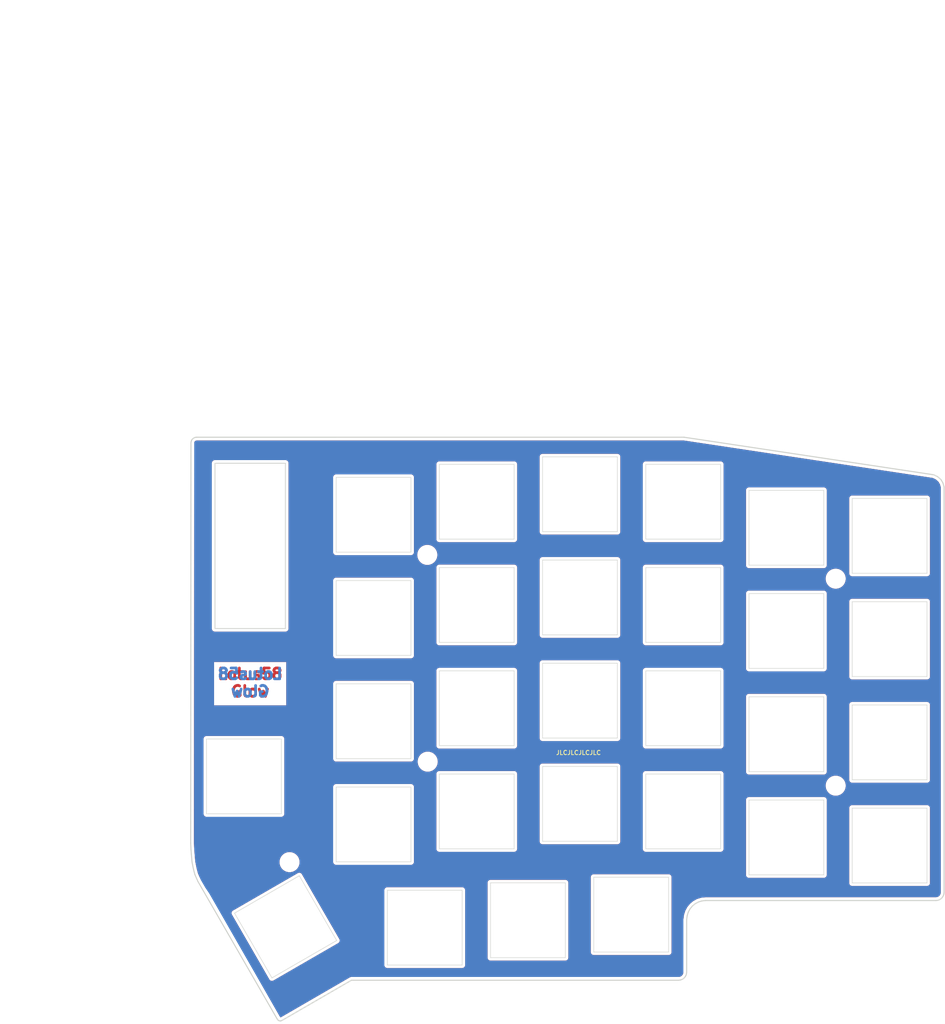
<source format=kicad_pcb>
(kicad_pcb (version 20240108) (generator "pcbnew") (generator_version "8.0")
  (title_block (title "Lotus 58 Glow MX") (date "2020-12-12") (rev "0.95") (company "Markus Knutsson <markus.knutsson@tweety.se>") (comment 1 "https://github.com/TweetyDaBird") (comment 2 "Licensed under CERN-OHL-S v2 or any superseding version"))
  (layers (0 "F.Cu" signal) (31 "B.Cu" signal) (34 "B.Paste" user) (35 "F.Paste" user) (36 "B.SilkS" user "B.Silkscreen") (37 "F.SilkS" user "F.Silkscreen") (38 "B.Mask" user) (39 "F.Mask" user) (44 "Edge.Cuts" user))
  (net 0 "")
  (footprint "Keyboard Library:Cherry_MX_Plate_Hole_Placeholder" (layer "F.Cu") (at 133.45 47.6)
    (property "Reference" "SW2" (hide yes))
    (property "Value" "SW_PUSH" (hide yes))
    (fp_line (start -6.9 6.9) (end -6.9 -6.9) (stroke (width 0.1)) (layer "Edge.Cuts"))
    (fp_line (start 6.9 -6.9) (end -6.9 -6.9) (stroke (width 0.1)) (layer "Edge.Cuts"))
    (fp_line (start 6.9 6.9) (end -6.9 6.9) (stroke (width 0.1)) (layer "Edge.Cuts"))
    (fp_line (start 6.9 6.9) (end 6.9 -6.9) (stroke (width 0.1)) (layer "Edge.Cuts"))
  )
  (footprint "Keyboard Library:Cherry_MX_Plate_Hole_Placeholder" (layer "F.Cu") (at 152.5 46.21)
    (property "Reference" "SW3" (hide yes))
    (property "Value" "SW_PUSH" (hide yes))
    (fp_line (start -6.9 6.9) (end -6.9 -6.9) (stroke (width 0.1)) (layer "Edge.Cuts"))
    (fp_line (start 6.9 -6.9) (end -6.9 -6.9) (stroke (width 0.1)) (layer "Edge.Cuts"))
    (fp_line (start 6.9 6.9) (end -6.9 6.9) (stroke (width 0.1)) (layer "Edge.Cuts"))
    (fp_line (start 6.9 6.9) (end 6.9 -6.9) (stroke (width 0.1)) (layer "Edge.Cuts"))
  )
  (footprint "Keyboard Library:Cherry_MX_Plate_Hole_Placeholder" (layer "F.Cu") (at 171.55 47.6)
    (property "Reference" "SW4" (hide yes))
    (property "Value" "SW_PUSH" (hide yes))
    (fp_line (start -6.9 6.9) (end -6.9 -6.9) (stroke (width 0.1)) (layer "Edge.Cuts"))
    (fp_line (start 6.9 -6.9) (end -6.9 -6.9) (stroke (width 0.1)) (layer "Edge.Cuts"))
    (fp_line (start 6.9 6.9) (end -6.9 6.9) (stroke (width 0.1)) (layer "Edge.Cuts"))
    (fp_line (start 6.9 6.9) (end 6.9 -6.9) (stroke (width 0.1)) (layer "Edge.Cuts"))
  )
  (footprint "Keyboard Library:Cherry_MX_Plate_Hole_Placeholder" (layer "F.Cu") (at 209.65 53.9)
    (property "Reference" "SW6" (hide yes))
    (property "Value" "SW_PUSH" (hide yes))
    (fp_line (start -6.9 6.9) (end -6.9 -6.9) (stroke (width 0.1)) (layer "Edge.Cuts"))
    (fp_line (start 6.9 -6.9) (end -6.9 -6.9) (stroke (width 0.1)) (layer "Edge.Cuts"))
    (fp_line (start 6.9 6.9) (end -6.9 6.9) (stroke (width 0.1)) (layer "Edge.Cuts"))
    (fp_line (start 6.9 6.9) (end 6.9 -6.9) (stroke (width 0.1)) (layer "Edge.Cuts"))
  )
  (footprint "Keyboard Library:Cherry_MX_Plate_Hole_Placeholder" (layer "F.Cu") (at 114.4 69.05)
    (property "Reference" "SW7" (hide yes))
    (property "Value" "SW_PUSH" (hide yes))
    (fp_line (start -6.9 6.9) (end -6.9 -6.9) (stroke (width 0.1)) (layer "Edge.Cuts"))
    (fp_line (start 6.9 -6.9) (end -6.9 -6.9) (stroke (width 0.1)) (layer "Edge.Cuts"))
    (fp_line (start 6.9 6.9) (end -6.9 6.9) (stroke (width 0.1)) (layer "Edge.Cuts"))
    (fp_line (start 6.9 6.9) (end 6.9 -6.9) (stroke (width 0.1)) (layer "Edge.Cuts"))
  )
  (footprint "Keyboard Library:Cherry_MX_Plate_Hole_Placeholder" (layer "F.Cu") (at 152.5 65.26)
    (property "Reference" "SW9" (hide yes))
    (property "Value" "SW_PUSH" (hide yes))
    (fp_line (start -6.9 6.9) (end -6.9 -6.9) (stroke (width 0.1)) (layer "Edge.Cuts"))
    (fp_line (start 6.9 -6.9) (end -6.9 -6.9) (stroke (width 0.1)) (layer "Edge.Cuts"))
    (fp_line (start 6.9 6.9) (end -6.9 6.9) (stroke (width 0.1)) (layer "Edge.Cuts"))
    (fp_line (start 6.9 6.9) (end 6.9 -6.9) (stroke (width 0.1)) (layer "Edge.Cuts"))
  )
  (footprint "Keyboard Library:Cherry_MX_Plate_Hole_Placeholder" (layer "F.Cu") (at 171.55 66.65)
    (property "Reference" "SW10" (hide yes))
    (property "Value" "SW_PUSH" (hide yes))
    (fp_line (start -6.9 6.9) (end -6.9 -6.9) (stroke (width 0.1)) (layer "Edge.Cuts"))
    (fp_line (start 6.9 -6.9) (end -6.9 -6.9) (stroke (width 0.1)) (layer "Edge.Cuts"))
    (fp_line (start 6.9 6.9) (end -6.9 6.9) (stroke (width 0.1)) (layer "Edge.Cuts"))
    (fp_line (start 6.9 6.9) (end 6.9 -6.9) (stroke (width 0.1)) (layer "Edge.Cuts"))
  )
  (footprint "Keyboard Library:Cherry_MX_Plate_Hole_Placeholder" (layer "F.Cu") (at 190.6 71.45)
    (property "Reference" "SW11" (hide yes))
    (property "Value" "SW_PUSH" (hide yes))
    (fp_line (start -6.9 6.9) (end -6.9 -6.9) (stroke (width 0.1)) (layer "Edge.Cuts"))
    (fp_line (start 6.9 -6.9) (end -6.9 -6.9) (stroke (width 0.1)) (layer "Edge.Cuts"))
    (fp_line (start 6.9 6.9) (end -6.9 6.9) (stroke (width 0.1)) (layer "Edge.Cuts"))
    (fp_line (start 6.9 6.9) (end 6.9 -6.9) (stroke (width 0.1)) (layer "Edge.Cuts"))
  )
  (footprint "Keyboard Library:Cherry_MX_Plate_Hole_Placeholder" (layer "F.Cu") (at 209.65 72.95)
    (property "Reference" "SW12" (hide yes))
    (property "Value" "SW_PUSH" (hide yes))
    (fp_line (start -6.9 6.9) (end -6.9 -6.9) (stroke (width 0.1)) (layer "Edge.Cuts"))
    (fp_line (start 6.9 -6.9) (end -6.9 -6.9) (stroke (width 0.1)) (layer "Edge.Cuts"))
    (fp_line (start 6.9 6.9) (end -6.9 6.9) (stroke (width 0.1)) (layer "Edge.Cuts"))
    (fp_line (start 6.9 6.9) (end 6.9 -6.9) (stroke (width 0.1)) (layer "Edge.Cuts"))
  )
  (footprint "Keyboard Library:Cherry_MX_Plate_Hole_Placeholder" (layer "F.Cu") (at 114.4 88.1)
    (property "Reference" "SW13" (hide yes))
    (property "Value" "SW_PUSH" (hide yes))
    (fp_line (start -6.9 6.9) (end -6.9 -6.9) (stroke (width 0.1)) (layer "Edge.Cuts"))
    (fp_line (start 6.9 -6.9) (end -6.9 -6.9) (stroke (width 0.1)) (layer "Edge.Cuts"))
    (fp_line (start 6.9 6.9) (end -6.9 6.9) (stroke (width 0.1)) (layer "Edge.Cuts"))
    (fp_line (start 6.9 6.9) (end 6.9 -6.9) (stroke (width 0.1)) (layer "Edge.Cuts"))
  )
  (footprint "Keyboard Library:Cherry_MX_Plate_Hole_Placeholder" (layer "F.Cu") (at 133.45 85.7)
    (property "Reference" "SW14" (hide yes))
    (property "Value" "SW_PUSH" (hide yes))
    (fp_line (start -6.9 6.9) (end -6.9 -6.9) (stroke (width 0.1)) (layer "Edge.Cuts"))
    (fp_line (start 6.9 -6.9) (end -6.9 -6.9) (stroke (width 0.1)) (layer "Edge.Cuts"))
    (fp_line (start 6.9 6.9) (end -6.9 6.9) (stroke (width 0.1)) (layer "Edge.Cuts"))
    (fp_line (start 6.9 6.9) (end 6.9 -6.9) (stroke (width 0.1)) (layer "Edge.Cuts"))
  )
  (footprint "Keyboard Library:Cherry_MX_Plate_Hole_Placeholder" (layer "F.Cu") (at 152.5 84.31)
    (property "Reference" "SW15" (hide yes))
    (property "Value" "SW_PUSH" (hide yes))
    (fp_line (start -6.9 6.9) (end -6.9 -6.9) (stroke (width 0.1)) (layer "Edge.Cuts"))
    (fp_line (start 6.9 -6.9) (end -6.9 -6.9) (stroke (width 0.1)) (layer "Edge.Cuts"))
    (fp_line (start 6.9 6.9) (end -6.9 6.9) (stroke (width 0.1)) (layer "Edge.Cuts"))
    (fp_line (start 6.9 6.9) (end 6.9 -6.9) (stroke (width 0.1)) (layer "Edge.Cuts"))
  )
  (footprint "Keyboard Library:Cherry_MX_Plate_Hole_Placeholder" (layer "F.Cu") (at 190.6 90.5)
    (property "Reference" "SW17" (hide yes))
    (property "Value" "SW_PUSH" (hide yes))
    (fp_line (start -6.9 6.9) (end -6.9 -6.9) (stroke (width 0.1)) (layer "Edge.Cuts"))
    (fp_line (start 6.9 -6.9) (end -6.9 -6.9) (stroke (width 0.1)) (layer "Edge.Cuts"))
    (fp_line (start 6.9 6.9) (end -6.9 6.9) (stroke (width 0.1)) (layer "Edge.Cuts"))
    (fp_line (start 6.9 6.9) (end 6.9 -6.9) (stroke (width 0.1)) (layer "Edge.Cuts"))
  )
  (footprint "Keyboard Library:Cherry_MX_Plate_Hole_Placeholder" (layer "F.Cu") (at 209.65 92)
    (property "Reference" "SW18" (hide yes))
    (property "Value" "SW_PUSH" (hide yes))
    (fp_line (start -6.9 6.9) (end -6.9 -6.9) (stroke (width 0.1)) (layer "Edge.Cuts"))
    (fp_line (start 6.9 -6.9) (end -6.9 -6.9) (stroke (width 0.1)) (layer "Edge.Cuts"))
    (fp_line (start 6.9 6.9) (end -6.9 6.9) (stroke (width 0.1)) (layer "Edge.Cuts"))
    (fp_line (start 6.9 6.9) (end 6.9 -6.9) (stroke (width 0.1)) (layer "Edge.Cuts"))
  )
  (footprint "Keyboard Library:Cherry_MX_Plate_Hole_Placeholder" (layer "F.Cu") (at 114.4 107.15)
    (property "Reference" "SW19" (hide yes))
    (property "Value" "SW_PUSH" (hide yes))
    (fp_line (start -6.9 6.9) (end -6.9 -6.9) (stroke (width 0.1)) (layer "Edge.Cuts"))
    (fp_line (start 6.9 -6.9) (end -6.9 -6.9) (stroke (width 0.1)) (layer "Edge.Cuts"))
    (fp_line (start 6.9 6.9) (end -6.9 6.9) (stroke (width 0.1)) (layer "Edge.Cuts"))
    (fp_line (start 6.9 6.9) (end 6.9 -6.9) (stroke (width 0.1)) (layer "Edge.Cuts"))
  )
  (footprint "Keyboard Library:Cherry_MX_Plate_Hole_Placeholder" (layer "F.Cu") (at 133.45 104.75)
    (property "Reference" "SW20" (hide yes))
    (property "Value" "SW_PUSH" (hide yes))
    (fp_line (start -6.9 6.9) (end -6.9 -6.9) (stroke (width 0.1)) (layer "Edge.Cuts"))
    (fp_line (start 6.9 -6.9) (end -6.9 -6.9) (stroke (width 0.1)) (layer "Edge.Cuts"))
    (fp_line (start 6.9 6.9) (end -6.9 6.9) (stroke (width 0.1)) (layer "Edge.Cuts"))
    (fp_line (start 6.9 6.9) (end 6.9 -6.9) (stroke (width 0.1)) (layer "Edge.Cuts"))
  )
  (footprint "Keyboard Library:Cherry_MX_Plate_Hole_Placeholder" (layer "F.Cu") (at 152.5 103.36)
    (property "Reference" "SW21" (hide yes))
    (property "Value" "SW_PUSH" (hide yes))
    (fp_line (start -6.9 6.9) (end -6.9 -6.9) (stroke (width 0.1)) (layer "Edge.Cuts"))
    (fp_line (start 6.9 -6.9) (end -6.9 -6.9) (stroke (width 0.1)) (layer "Edge.Cuts"))
    (fp_line (start 6.9 6.9) (end -6.9 6.9) (stroke (width 0.1)) (layer "Edge.Cuts"))
    (fp_line (start 6.9 6.9) (end 6.9 -6.9) (stroke (width 0.1)) (layer "Edge.Cuts"))
  )
  (footprint "Keyboard Library:Cherry_MX_Plate_Hole_Placeholder" (layer "F.Cu") (at 171.55 104.75)
    (property "Reference" "SW22" (hide yes))
    (property "Value" "SW_PUSH" (hide yes))
    (fp_line (start -6.9 6.9) (end -6.9 -6.9) (stroke (width 0.1)) (layer "Edge.Cuts"))
    (fp_line (start 6.9 -6.9) (end -6.9 -6.9) (stroke (width 0.1)) (layer "Edge.Cuts"))
    (fp_line (start 6.9 6.9) (end -6.9 6.9) (stroke (width 0.1)) (layer "Edge.Cuts"))
    (fp_line (start 6.9 6.9) (end 6.9 -6.9) (stroke (width 0.1)) (layer "Edge.Cuts"))
  )
  (footprint "Keyboard Library:Cherry_MX_Plate_Hole_Placeholder" (layer "F.Cu") (at 190.6 109.55)
    (property "Reference" "SW23" (hide yes))
    (property "Value" "SW_PUSH" (hide yes))
    (fp_line (start -6.9 6.9) (end -6.9 -6.9) (stroke (width 0.1)) (layer "Edge.Cuts"))
    (fp_line (start 6.9 -6.9) (end -6.9 -6.9) (stroke (width 0.1)) (layer "Edge.Cuts"))
    (fp_line (start 6.9 6.9) (end -6.9 6.9) (stroke (width 0.1)) (layer "Edge.Cuts"))
    (fp_line (start 6.9 6.9) (end 6.9 -6.9) (stroke (width 0.1)) (layer "Edge.Cuts"))
  )
  (footprint "Keyboard Library:Cherry_MX_Plate_Hole_Placeholder" (layer "F.Cu") (at 123.85 126.2)
    (property "Reference" "SW27" (hide yes))
    (property "Value" "SW_PUSH" (hide yes))
    (fp_line (start -6.9 6.9) (end -6.9 -6.9) (stroke (width 0.1)) (layer "Edge.Cuts"))
    (fp_line (start 6.9 -6.9) (end -6.9 -6.9) (stroke (width 0.1)) (layer "Edge.Cuts"))
    (fp_line (start 6.9 6.9) (end -6.9 6.9) (stroke (width 0.1)) (layer "Edge.Cuts"))
    (fp_line (start 6.9 6.9) (end 6.9 -6.9) (stroke (width 0.1)) (layer "Edge.Cuts"))
  )
  (footprint "Keyboard Library:Cherry_MX_Plate_Hole_Placeholder" (layer "F.Cu") (at 142.8977 124.8283)
    (property "Reference" "SW28" (hide yes))
    (property "Value" "SW_PUSH" (hide yes))
    (fp_line (start -6.9 6.9) (end -6.9 -6.9) (stroke (width 0.1)) (layer "Edge.Cuts"))
    (fp_line (start 6.9 -6.9) (end -6.9 -6.9) (stroke (width 0.1)) (layer "Edge.Cuts"))
    (fp_line (start 6.9 6.9) (end -6.9 6.9) (stroke (width 0.1)) (layer "Edge.Cuts"))
    (fp_line (start 6.9 6.9) (end 6.9 -6.9) (stroke (width 0.1)) (layer "Edge.Cuts"))
  )
  (footprint "Keyboard Library:Cherry_MX_Plate_Hole_Placeholder" (layer "F.Cu") (at 161.95 123.8)
    (property "Reference" "SW29" (hide yes))
    (property "Value" "SW_PUSH" (hide yes))
    (fp_line (start -6.9 6.9) (end -6.9 -6.9) (stroke (width 0.1)) (layer "Edge.Cuts"))
    (fp_line (start 6.9 -6.9) (end -6.9 -6.9) (stroke (width 0.1)) (layer "Edge.Cuts"))
    (fp_line (start 6.9 6.9) (end -6.9 6.9) (stroke (width 0.1)) (layer "Edge.Cuts"))
    (fp_line (start 6.9 6.9) (end 6.9 -6.9) (stroke (width 0.1)) (layer "Edge.Cuts"))
  )
  (footprint "Keyboard Library:Cherry_MX_Plate_Hole_Placeholder" (layer "F.Cu") (at 114.4 50)
    (property "Reference" "SW1" (hide yes))
    (property "Value" "SW_PUSH" (hide yes))
    (fp_line (start -6.9 6.9) (end -6.9 -6.9) (stroke (width 0.1)) (layer "Edge.Cuts"))
    (fp_line (start 6.9 -6.9) (end -6.9 -6.9) (stroke (width 0.1)) (layer "Edge.Cuts"))
    (fp_line (start 6.9 6.9) (end -6.9 6.9) (stroke (width 0.1)) (layer "Edge.Cuts"))
    (fp_line (start 6.9 6.9) (end 6.9 -6.9) (stroke (width 0.1)) (layer "Edge.Cuts"))
  )
  (footprint "Keyboard Library:Cherry_MX_Plate_Hole_Placeholder" (layer "F.Cu") (at 90.4748 98.2853)
    (property "Reference" "SW25" (hide yes))
    (property "Value" "SW_PUSH" (hide yes))
    (fp_line (start -6.9 6.9) (end -6.9 -6.9) (stroke (width 0.1)) (layer "Edge.Cuts"))
    (fp_line (start 6.9 -6.9) (end -6.9 -6.9) (stroke (width 0.1)) (layer "Edge.Cuts"))
    (fp_line (start 6.9 6.9) (end -6.9 6.9) (stroke (width 0.1)) (layer "Edge.Cuts"))
    (fp_line (start 6.9 6.9) (end 6.9 -6.9) (stroke (width 0.1)) (layer "Edge.Cuts"))
  )
  (footprint "Keyboard Library:Cherry_MX_Plate_Hole_Placeholder" (layer "F.Cu") (at 209.65 111.05)
    (property "Reference" "SW24" (hide yes))
    (property "Value" "SW_PUSH" (hide yes))
    (fp_line (start -6.9 6.9) (end -6.9 -6.9) (stroke (width 0.1)) (layer "Edge.Cuts"))
    (fp_line (start 6.9 -6.9) (end -6.9 -6.9) (stroke (width 0.1)) (layer "Edge.Cuts"))
    (fp_line (start 6.9 6.9) (end -6.9 6.9) (stroke (width 0.1)) (layer "Edge.Cuts"))
    (fp_line (start 6.9 6.9) (end 6.9 -6.9) (stroke (width 0.1)) (layer "Edge.Cuts"))
  )
  (footprint "Keyboard Library:Cherry_MX_Plate_Hole_Placeholder" (layer "F.Cu") (at 98.171 126.0475 -60)
    (property "Reference" "SW26" (hide yes))
    (property "Value" "SW_PUSH" (hide yes))
    (fp_line (start -6.9 6.9) (end -6.9 -6.9) (stroke (width 0.1)) (layer "Edge.Cuts"))
    (fp_line (start 6.9 6.9) (end -6.9 6.9) (stroke (width 0.1)) (layer "Edge.Cuts"))
    (fp_line (start 6.9 6.9) (end 6.9 -6.9) (stroke (width 0.1)) (layer "Edge.Cuts"))
    (fp_line (start 6.9 -6.9) (end -6.9 -6.9) (stroke (width 0.1)) (layer "Edge.Cuts"))
  )
  (footprint "Keyboard Library:Cherry_MX_Plate_Hole_Placeholder" (layer "F.Cu") (at 171.55 85.7)
    (property "Reference" "SW16" (hide yes))
    (property "Value" "SW_PUSH" (hide yes))
    (fp_line (start -6.9 6.9) (end -6.9 -6.9) (stroke (width 0.1)) (layer "Edge.Cuts"))
    (fp_line (start 6.9 -6.9) (end -6.9 -6.9) (stroke (width 0.1)) (layer "Edge.Cuts"))
    (fp_line (start 6.9 6.9) (end -6.9 6.9) (stroke (width 0.1)) (layer "Edge.Cuts"))
    (fp_line (start 6.9 6.9) (end 6.9 -6.9) (stroke (width 0.1)) (layer "Edge.Cuts"))
  )
  (footprint "Keyboard Library:Cherry_MX_Plate_Hole_Placeholder" (layer "F.Cu") (at 190.6 52.4)
    (property "Reference" "SW5" (hide yes))
    (property "Value" "SW_PUSH" (hide yes))
    (fp_line (start -6.9 6.9) (end -6.9 -6.9) (stroke (width 0.1)) (layer "Edge.Cuts"))
    (fp_line (start 6.9 -6.9) (end -6.9 -6.9) (stroke (width 0.1)) (layer "Edge.Cuts"))
    (fp_line (start 6.9 6.9) (end -6.9 6.9) (stroke (width 0.1)) (layer "Edge.Cuts"))
    (fp_line (start 6.9 6.9) (end 6.9 -6.9) (stroke (width 0.1)) (layer "Edge.Cuts"))
  )
  (footprint "Keyboard Library:Cherry_MX_Plate_Hole_Placeholder" (layer "F.Cu") (at 133.45 66.65)
    (property "Reference" "SW8" (hide yes))
    (property "Value" "SW_PUSH" (hide yes))
    (fp_line (start -6.9 6.9) (end -6.9 -6.9) (stroke (width 0.1)) (layer "Edge.Cuts"))
    (fp_line (start 6.9 -6.9) (end -6.9 -6.9) (stroke (width 0.1)) (layer "Edge.Cuts"))
    (fp_line (start 6.9 6.9) (end -6.9 6.9) (stroke (width 0.1)) (layer "Edge.Cuts"))
    (fp_line (start 6.9 6.9) (end 6.9 -6.9) (stroke (width 0.1)) (layer "Edge.Cuts"))
  )
  (footprint "MountingHole:MountingHole_2.7mm_M2.5" (layer "F.Cu") (at 124.32538 57.40908)
    (property "Reference" "REF**" (hide yes))
    (property "Value" "MountingHole_2.7mm_M2.5")
    (pad "" np_thru_hole circle (at 0 0) (size 2.7 2.7) (drill 2.7) (layers "*.Cu" "*.Mask"))
  )
  (footprint "MountingHole:MountingHole_2.7mm_M2.5" (layer "F.Cu") (at 199.7 100)
    (property "Reference" "REF**" (hide yes))
    (property "Value" "MountingHole_2.7mm_M2.5")
    (pad "" np_thru_hole circle (at 0 0) (size 2.7 2.7) (drill 2.7) (layers "*.Cu" "*.Mask"))
  )
  (footprint "MountingHole:MountingHole_2.7mm_M2.5" (layer "F.Cu") (at 124.3965 95.5675)
    (property "Reference" "REF**" (hide yes))
    (property "Value" "MountingHole_2.7mm_M2.5")
    (pad "" np_thru_hole circle (at 0 0) (size 2.7 2.7) (drill 2.7) (layers "*.Cu" "*.Mask"))
  )
  (footprint "MountingHole:MountingHole_2.7mm_M2.5" (layer "F.Cu") (at 98.8949 114.1095)
    (property "Reference" "REF**" (hide yes))
    (property "Value" "MountingHole_2.7mm_M2.5")
    (pad "" np_thru_hole circle (at 0 0) (size 2.7 2.7) (drill 2.7) (layers "*.Cu" "*.Mask"))
  )
  (footprint "MountingHole:MountingHole_2.7mm_M2.5" (layer "F.Cu") (at 199.7 61.8)
    (property "Reference" "REF**" (hide yes))
    (property "Value" "MountingHole_2.7mm_M2.5")
    (pad "" np_thru_hole circle (at 0 0) (size 2.7 2.7) (drill 2.7) (layers "*.Cu" "*.Mask"))
  )
  (gr_line (start 81.4197 116.3955) (end 81.9785 117.6655) (stroke (width 0.2)) (layer "Edge.Cuts"))
  (gr_line (start 219.50172 44.1452) (end 219.70492 44.8564) (stroke (width 0.2)) (layer "Edge.Cuts"))
  (gr_line (start 219.258732 120.757048) (end 219.03678 120.940136) (stroke (width 0.2)) (layer "Edge.Cuts"))
  (gr_line (start 219.03678 120.940136) (end 218.781972 121.078352) (stroke (width 0.2)) (layer "Edge.Cuts"))
  (gr_line (start 219.667372 119.998631) (end 219.580037 120.280287) (stroke (width 0.2)) (layer "Edge.Cuts"))
  (gr_line (start 219.580037 120.280287) (end 219.441821 120.535096) (stroke (width 0.2)) (layer "Edge.Cuts"))
  (gr_line (start 219.70492 119.6848) (end 219.667372 119.998631) (stroke (width 0.2)) (layer "Edge.Cuts"))
  (gr_line (start 219.441821 120.535096) (end 219.258732 120.757048) (stroke (width 0.2)) (layer "Edge.Cuts"))
  (gr_line (start 218.781972 121.078352) (end 218.500315 121.165688) (stroke (width 0.2)) (layer "Edge.Cuts"))
  (gr_line (start 218.500315 121.165688) (end 218.18092 121.19356) (stroke (width 0.2)) (layer "Edge.Cuts"))
  (gr_line (start 172.075297 134.989392) (end 171.937081 135.244201) (stroke (width 0.2)) (layer "Edge.Cuts"))
  (gr_line (start 80.7003 36.7444) (end 80.722283 36.528775) (stroke (width 0.2)) (layer "Edge.Cuts"))
  (gr_line (start 80.722283 36.528775) (end 80.783417 36.331615) (stroke (width 0.2)) (layer "Edge.Cuts"))
  (gr_line (start 81.342063 35.77297) (end 81.539222 35.711835) (stroke (width 0.2)) (layer "Edge.Cuts"))
  (gr_line (start 81.539222 35.711835) (end 81.7544 35.6903) (stroke (width 0.2)) (layer "Edge.Cuts"))
  (gr_line (start 80.880169 36.153249) (end 81.00833 35.997883) (stroke (width 0.2)) (layer "Edge.Cuts"))
  (gr_line (start 80.783417 36.331615) (end 80.880169 36.153249) (stroke (width 0.2)) (layer "Edge.Cuts"))
  (gr_line (start 81.00833 35.997883) (end 81.163697 35.869721) (stroke (width 0.2)) (layer "Edge.Cuts"))
  (gr_line (start 81.163697 35.869721) (end 81.342063 35.77297) (stroke (width 0.2)) (layer "Edge.Cuts"))
  (gr_line (start 80.772 112.649) (end 80.899 114.1095) (stroke (width 0.2)) (layer "Edge.Cuts"))
  (gr_line (start 80.7085 111.8235) (end 80.772 112.649) (stroke (width 0.2)) (layer "Edge.Cuts"))
  (gr_line (start 171.704 35.687) (end 81.7544 35.6903) (stroke (width 0.2)) (layer "Edge.Cuts"))
  (gr_line (start 97.119252 143.413974) (end 97.268206 143.404468) (stroke (width 0.2)) (layer "Edge.Cuts"))
  (gr_line (start 171.937081 135.244201) (end 171.753993 135.466153) (stroke (width 0.2)) (layer "Edge.Cuts"))
  (gr_line (start 96.629837 143.08815) (end 96.735295 143.222884) (stroke (width 0.2)) (layer "Edge.Cuts"))
  (gr_line (start 85.13 70.99) (end 85.13 40.49) (stroke (width 0.15)) (layer "Edge.Cuts"))
  (gr_line (start 175.013524 121.264638) (end 175.719348 121.193595) (stroke (width 0.2)) (layer "Edge.Cuts"))
  (gr_line (start 96.735295 143.222884) (end 96.852328 143.322532) (stroke (width 0.2)) (layer "Edge.Cuts"))
  (gr_line (start 80.645 110.617) (end 80.7085 111.8235) (stroke (width 0.2)) (layer "Edge.Cuts"))
  (gr_line (start 172.494174 123.330573) (end 172.816678 122.73602) (stroke (width 0.2)) (layer "Edge.Cuts"))
  (gr_line (start 170.995576 135.874793) (end 170.69308 135.90524) (stroke (width 0.2)) (layer "Edge.Cuts"))
  (gr_line (start 217.79552 42.621355) (end 171.704 35.687) (stroke (width 0.2)) (layer "Edge.Cuts"))
  (gr_line (start 219.70492 44.8564) (end 219.70492 119.6848) (stroke (width 0.2)) (layer "Edge.Cuts"))
  (gr_line (start 172.162633 134.707736) (end 172.075297 134.989392) (stroke (width 0.2)) (layer "Edge.Cuts"))
  (gr_line (start 171.753993 135.466153) (end 171.53204 135.649242) (stroke (width 0.2)) (layer "Edge.Cuts"))
  (gr_line (start 171.277232 135.787458) (end 170.995576 135.874793) (stroke (width 0.2)) (layer "Edge.Cuts"))
  (gr_line (start 219.13342 43.5102) (end 218.511891 42.96639) (stroke (width 0.2)) (layer "Edge.Cuts"))
  (gr_line (start 219.13342 43.5102) (end 219.50172 44.1452) (stroke (width 0.2)) (layer "Edge.Cuts"))
  (gr_line (start 174.356326 121.468421) (end 175.013524 121.264638) (stroke (width 0.2)) (layer "Edge.Cuts"))
  (gr_line (start 81.9785 117.6655) (end 96.629837 143.08815) (stroke (width 0.2)) (layer "Edge.Cuts"))
  (gr_line (start 172.19422 124.69622) (end 172.290391 123.987771) (stroke (width 0.2)) (layer "Edge.Cuts"))
  (gr_line (start 98.13 40.49) (end 98.13 70.99) (stroke (width 0.15)) (layer "Edge.Cuts"))
  (gr_line (start 172.816678 122.73602) (end 173.243884 122.218131) (stroke (width 0.2)) (layer "Edge.Cuts"))
  (gr_line (start 173.243884 122.218131) (end 173.761773 121.790925) (stroke (width 0.2)) (layer "Edge.Cuts"))
  (gr_line (start 98.13 70.99) (end 85.13 70.99) (stroke (width 0.15)) (layer "Edge.Cuts"))
  (gr_line (start 96.98047 143.386445) (end 97.119252 143.413974) (stroke (width 0.2)) (layer "Edge.Cuts"))
  (gr_line (start 110.31982 135.90524) (end 170.69308 135.90524) (stroke (width 0.2)) (layer "Edge.Cuts"))
  (gr_line (start 85.13 40.49) (end 98.13 40.49) (stroke (width 0.15)) (layer "Edge.Cuts"))
  (gr_line (start 97.594758 143.271756) (end 110.31982 135.90524) (stroke (width 0.2)) (layer "Edge.Cuts"))
  (gr_line (start 80.899 114.1095) (end 81.153 115.3795) (stroke (width 0.2)) (layer "Edge.Cuts"))
  (gr_line (start 80.645 110.617) (end 80.7003 36.7444) (stroke (width 0.2)) (layer "Edge.Cuts"))
  (gr_line (start 172.19308 134.427634) (end 172.162633 134.707736) (stroke (width 0.2)) (layer "Edge.Cuts"))
  (gr_line (start 97.268206 143.404468) (end 97.426864 143.357278) (stroke (width 0.2)) (layer "Edge.Cuts"))
  (gr_line (start 96.852328 143.322532) (end 96.98047 143.386445) (stroke (width 0.2)) (layer "Edge.Cuts"))
  (gr_line (start 97.426864 143.357278) (end 97.594758 143.271756) (stroke (width 0.2)) (layer "Edge.Cuts"))
  (gr_line (start 81.153 115.3795) (end 81.4197 116.3955) (stroke (width 0.2)) (layer "Edge.Cuts"))
  (gr_line (start 218.511891 42.96639) (end 217.79552 42.621355) (stroke (width 0.2)) (layer "Edge.Cuts"))
  (gr_line (start 173.761773 121.790925) (end 174.356326 121.468421) (stroke (width 0.2)) (layer "Edge.Cuts"))
  (gr_line (start 171.53204 135.649242) (end 171.277232 135.787458) (stroke (width 0.2)) (layer "Edge.Cuts"))
  (gr_line (start 175.719348 121.193595) (end 218.18092 121.19356) (stroke (width 0.2)) (layer "Edge.Cuts"))
  (gr_line (start 172.290391 123.987771) (end 172.494174 123.330573) (stroke (width 0.2)) (layer "Edge.Cuts"))
  (gr_line (start 172.19422 124.69622) (end 172.19308 134.427634) (stroke (width 0.2)) (layer "Edge.Cuts"))
  (gr_text "Lotus58\nGlow" (at 91.63 80.99 0) (layer "F.Cu") (effects (font (size 2 2) (thickness 0.5))))
  (gr_text "Lotus58\nGlow" (at 91.63 80.99 0) (layer "B.Cu") (effects (font (size 2 2) (thickness 0.5)) (justify mirror)))
  (gr_text "JLCJLCJLCJLC" (at 152.23 93.91 0) (layer "F.SilkS") (effects (font (size 0.8 0.8))))
  (zone (net 0) (net_name "") (layer "F.Cu") (connect_pads (clearance 0.508)) (min_thickness 0.254) (fill yes (thermal_gap 0.508) (thermal_bridge_width 0.508))
    (polygon (pts (xy 72.7649 34.81825) (xy 219.6399 35.48895) (xy 219.9 121) (xy 173.9 121) (xy 173.9 136) (xy 111.9 136) (xy 97.9 144) (xy 84.201 119.888) (xy 73.025 102.3293)))
  )
  (zone (net 0) (net_name "") (layer "B.Cu") (connect_pads (clearance 0.508)) (min_thickness 0.254) (fill yes (thermal_gap 0.508) (thermal_bridge_width 0.508))
    (polygon (pts (xy 72.54265 35.2056) (xy 219.76055 35.1016) (xy 219.9 121) (xy 173.9 121) (xy 173.9 136) (xy 111.9 136) (xy 97.9 144) (xy 84.074 119.888) (xy 72.6821 103.104)))
  )
)
</source>
